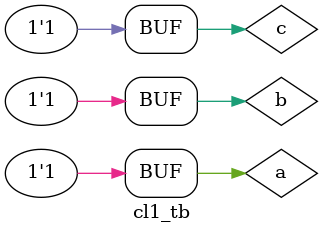
<source format=sv>
module cl1_tb();
reg a,b,c;
wire y;
cl1 i1(a,b,c,y);
initial
begin
        a=1'b0; b=1'b0; c=1'b0;
    #10 a=1'b0; b=1'b0; c=1'b1;
    #10 a=1'b0; b=1'b1; c=1'b0;
    #10 a=1'b0; b=1'b1; c=1'b1;
    #10 a=1'b1; b=1'b0; c=1'b0;
    #10 a=1'b1; b=1'b0; c=1'b1;
    #10 a=1'b1; b=1'b1; c=1'b0;
    #10 a=1'b1; b=1'b1; c=1'b1;
end
endmodule

</source>
